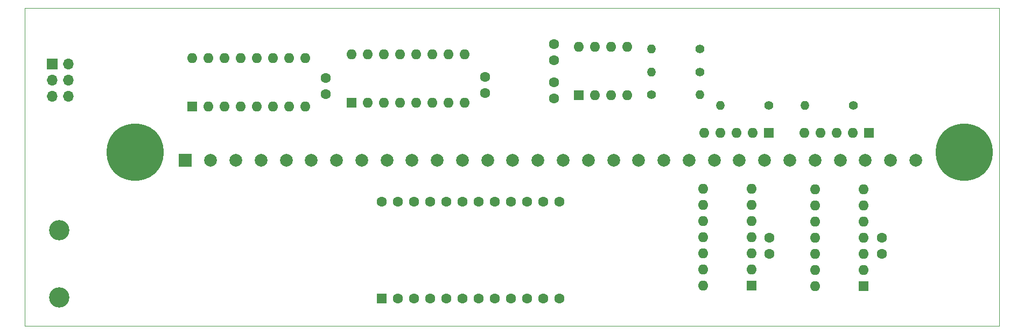
<source format=gbr>
G04 #@! TF.GenerationSoftware,KiCad,Pcbnew,(5.99.0-2620-gc6e388db1)*
G04 #@! TF.CreationDate,2020-10-01T22:16:18+03:00*
G04 #@! TF.ProjectId,TH-XWhatsIt-F,54482d58-5768-4617-9473-49742d462e6b,0.0.3*
G04 #@! TF.SameCoordinates,Original*
G04 #@! TF.FileFunction,Soldermask,Top*
G04 #@! TF.FilePolarity,Negative*
%FSLAX46Y46*%
G04 Gerber Fmt 4.6, Leading zero omitted, Abs format (unit mm)*
G04 Created by KiCad (PCBNEW (5.99.0-2620-gc6e388db1)) date 2020-10-01 22:16:18*
%MOMM*%
%LPD*%
G01*
G04 APERTURE LIST*
G04 #@! TA.AperFunction,Profile*
%ADD10C,0.050000*%
G04 #@! TD*
%ADD11R,1.600000X1.600000*%
%ADD12O,1.600000X1.600000*%
%ADD13C,1.600000*%
%ADD14C,1.400000*%
%ADD15O,1.400000X1.400000*%
%ADD16R,1.700000X1.700000*%
%ADD17O,1.700000X1.700000*%
%ADD18R,2.000000X2.000000*%
%ADD19C,2.000000*%
%ADD20C,3.200000*%
%ADD21C,9.000000*%
G04 APERTURE END LIST*
D10*
X39166800Y-128676400D02*
X192481200Y-128676400D01*
X192481200Y-128676400D02*
X192481200Y-178714400D01*
X192481200Y-178714400D02*
X39166800Y-178714400D01*
X39166800Y-178714400D02*
X39166800Y-128676400D01*
D11*
X90605345Y-143573752D03*
D12*
X93145345Y-143573752D03*
X95685345Y-143573752D03*
X98225345Y-143573752D03*
X100765345Y-143573752D03*
X103305345Y-143573752D03*
X105845345Y-143573752D03*
X108385345Y-143573752D03*
X108385345Y-135953752D03*
X105845345Y-135953752D03*
X103305345Y-135953752D03*
X100765345Y-135953752D03*
X98225345Y-135953752D03*
X95685345Y-135953752D03*
X93145345Y-135953752D03*
X90605345Y-135953752D03*
D11*
X95342218Y-174410593D03*
D13*
X97882218Y-174410593D03*
X100422218Y-174410593D03*
X102962218Y-174410593D03*
X105502218Y-174410593D03*
X108042218Y-174410593D03*
X110582218Y-174410593D03*
X113122218Y-174410593D03*
X115662218Y-174410593D03*
X118202218Y-174410593D03*
X120742218Y-174410593D03*
X123282218Y-174410593D03*
X123282218Y-159170593D03*
X120742218Y-159170593D03*
X118202218Y-159170593D03*
X115662218Y-159170593D03*
X113122218Y-159170593D03*
X110582218Y-159170593D03*
X108042218Y-159170593D03*
X105502218Y-159170593D03*
X102962218Y-159170593D03*
X100422218Y-159170593D03*
X97882218Y-159170593D03*
X95342218Y-159170593D03*
D14*
X145389600Y-138722100D03*
D15*
X137769600Y-138722100D03*
D11*
X153466800Y-172363852D03*
D12*
X153466800Y-169823852D03*
X153466800Y-167283852D03*
X153466800Y-164743852D03*
X153466800Y-162203852D03*
X153466800Y-159663852D03*
X153466800Y-157123852D03*
X145846800Y-157123852D03*
X145846800Y-159663852D03*
X145846800Y-162203852D03*
X145846800Y-164743852D03*
X145846800Y-167283852D03*
X145846800Y-169823852D03*
X145846800Y-172363852D03*
D11*
X126342622Y-142408158D03*
D12*
X128882622Y-142408158D03*
X131422622Y-142408158D03*
X133962622Y-142408158D03*
X133962622Y-134788158D03*
X131422622Y-134788158D03*
X128882622Y-134788158D03*
X126342622Y-134788158D03*
D13*
X122425942Y-134391918D03*
X122425942Y-136891918D03*
D14*
X145389600Y-135153400D03*
D15*
X137769600Y-135153400D03*
D16*
X43547096Y-137461035D03*
D17*
X46087096Y-137461035D03*
X43547096Y-140001035D03*
X46087096Y-140001035D03*
X43547096Y-142541035D03*
X46087096Y-142541035D03*
D14*
X137769600Y-142290800D03*
D15*
X145389600Y-142290800D03*
D11*
X65545393Y-144197120D03*
D12*
X68085393Y-144197120D03*
X70625393Y-144197120D03*
X73165393Y-144197120D03*
X75705393Y-144197120D03*
X78245393Y-144197120D03*
X80785393Y-144197120D03*
X83325393Y-144197120D03*
X83325393Y-136577120D03*
X80785393Y-136577120D03*
X78245393Y-136577120D03*
X75705393Y-136577120D03*
X73165393Y-136577120D03*
X70625393Y-136577120D03*
X68085393Y-136577120D03*
X65545393Y-136577120D03*
D13*
X86496181Y-142219443D03*
X86496181Y-139719443D03*
X111620765Y-142023499D03*
X111620765Y-139523499D03*
X122390382Y-140386318D03*
X122390382Y-142886318D03*
D14*
X156210000Y-144018000D03*
D15*
X148590000Y-144018000D03*
D18*
X64469520Y-152669240D03*
D19*
X68429520Y-152669240D03*
X72389520Y-152669240D03*
X76349520Y-152669240D03*
X80309520Y-152669240D03*
X84269520Y-152669240D03*
X88229520Y-152669240D03*
X92189520Y-152669240D03*
X96149520Y-152669240D03*
X100109520Y-152669240D03*
X104069520Y-152669240D03*
X108029520Y-152669240D03*
X111989520Y-152669240D03*
X115949520Y-152669240D03*
X119909520Y-152669240D03*
X123869520Y-152669240D03*
X127829520Y-152669240D03*
X131789520Y-152669240D03*
X135749520Y-152669240D03*
X139709520Y-152669240D03*
X143669520Y-152669240D03*
X147629520Y-152669240D03*
X151589520Y-152669240D03*
X155549520Y-152669240D03*
X159509520Y-152669240D03*
X163469520Y-152669240D03*
X167429520Y-152669240D03*
X171389520Y-152669240D03*
X175349520Y-152669240D03*
X179309520Y-152669240D03*
D11*
X171958000Y-148336000D03*
D12*
X169418000Y-148336000D03*
X166878000Y-148336000D03*
X164338000Y-148336000D03*
X161798000Y-148336000D03*
D11*
X171082026Y-172448026D03*
D12*
X171082026Y-169908026D03*
X171082026Y-167368026D03*
X171082026Y-164828026D03*
X171082026Y-162288026D03*
X171082026Y-159748026D03*
X171082026Y-157208026D03*
X163462026Y-157208026D03*
X163462026Y-159748026D03*
X163462026Y-162288026D03*
X163462026Y-164828026D03*
X163462026Y-167368026D03*
X163462026Y-169908026D03*
X163462026Y-172448026D03*
D11*
X156210000Y-148285200D03*
D12*
X153670000Y-148285200D03*
X151130000Y-148285200D03*
X148590000Y-148285200D03*
X146050000Y-148285200D03*
D13*
X156267688Y-164870242D03*
X156267688Y-167370242D03*
D14*
X169468800Y-143967200D03*
D15*
X161848800Y-143967200D03*
D13*
X173990000Y-164870421D03*
X173990000Y-167370421D03*
D20*
X44602400Y-163643200D03*
D21*
X186944000Y-151384000D03*
X56591200Y-151333200D03*
D20*
X44602400Y-174193200D03*
M02*

</source>
